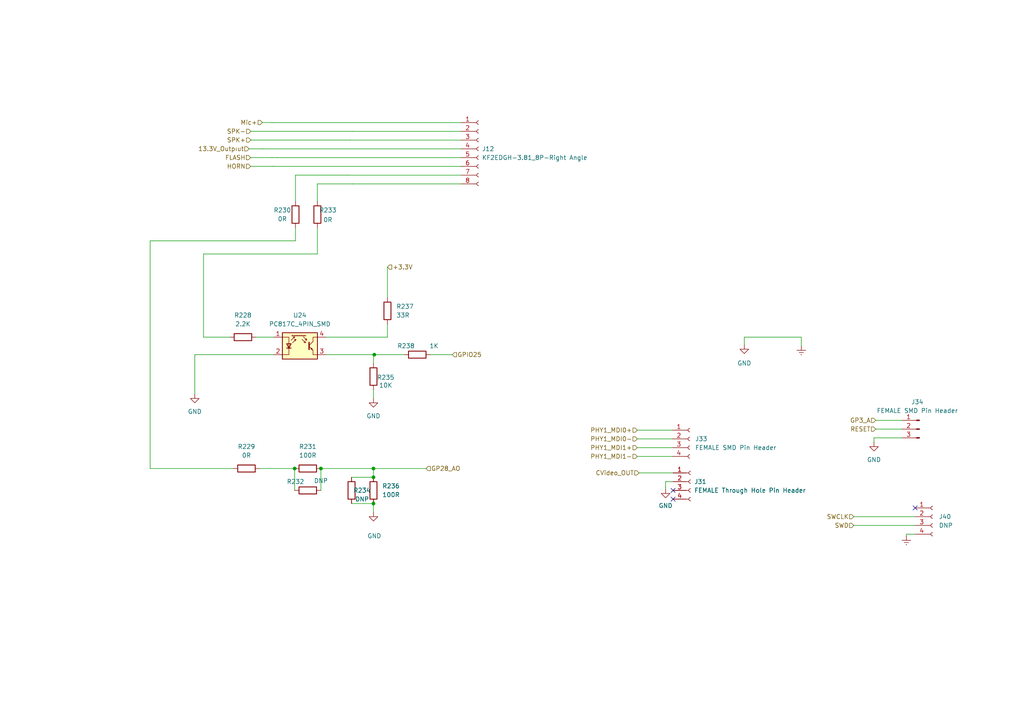
<source format=kicad_sch>
(kicad_sch (version 20231120) (generator "eeschema") (generator_version "8.0")
  (paper "A4")
  (lib_symbols
    (symbol "Connector:Conn_01x03_Pin" (pin_names (offset 1.016) hide)
      (property "Reference" "J" (at 0 5.08 0))
      (property "Value" "Conn_01x03_Pin" (at 0 -5.08 0))
      (symbol "Conn_01x03_Pin_1_1"
        (polyline (pts (xy 1.27 -2.54) (xy 0.8636 -2.54)) (stroke (width 0.1524)))
        (polyline (pts (xy 1.27 0) (xy 0.8636 0)) (stroke (width 0.1524)))
        (polyline (pts (xy 1.27 2.54) (xy 0.8636 2.54)) (stroke (width 0.1524)))
        (rectangle (start 0.8636 -2.413) (end 0 -2.667) (stroke (width 0.1524)) (fill (type outline)))
        (rectangle (start 0.8636 0.127) (end 0 -0.127) (stroke (width 0.1524)) (fill (type outline)))
        (rectangle (start 0.8636 2.667) (end 0 2.413) (stroke (width 0.1524)) (fill (type outline)))
        (pin passive line (at 5.08 2.54 180) (length 3.81) (name "Pin_1") (number "1"))
        (pin passive line (at 5.08 0 180) (length 3.81) (name "Pin_2") (number "2"))
        (pin passive line (at 5.08 -2.54 180) (length 3.81) (name "Pin_3") (number "3"))
      )
    )
    (symbol "Connector:Conn_01x04_Socket" (pin_names (offset 1.016) hide)
      (property "Reference" "J" (at 0 5.08 0))
      (property "Value" "Conn_01x04_Socket" (at 0 -7.62 0))
      (symbol "Conn_01x04_Socket_1_1"
        (arc (start 0 -4.572) (mid -0.5058 -5.08) (end 0 -5.588) (stroke (width 0.1524)))
        (arc (start 0 -2.032) (mid -0.5058 -2.54) (end 0 -3.048) (stroke (width 0.1524)))
        (polyline (pts (xy -1.27 -5.08) (xy -0.508 -5.08)) (stroke (width 0.1524)))
        (polyline (pts (xy -1.27 -2.54) (xy -0.508 -2.54)) (stroke (width 0.1524)))
        (polyline (pts (xy -1.27 0) (xy -0.508 0)) (stroke (width 0.1524)))
        (polyline (pts (xy -1.27 2.54) (xy -0.508 2.54)) (stroke (width 0.1524)))
        (arc (start 0 0.508) (mid -0.5058 0) (end 0 -0.508) (stroke (width 0.1524)))
        (arc (start 0 3.048) (mid -0.5058 2.54) (end 0 2.032) (stroke (width 0.1524)))
        (pin passive line (at -5.08 2.54 0) (length 3.81) (name "Pin_1") (number "1"))
        (pin passive line (at -5.08 0 0) (length 3.81) (name "Pin_2") (number "2"))
        (pin passive line (at -5.08 -2.54 0) (length 3.81) (name "Pin_3") (number "3"))
        (pin passive line (at -5.08 -5.08 0) (length 3.81) (name "Pin_4") (number "4"))
      )
    )
    (symbol "Connector:Conn_01x08_Socket" (pin_names (offset 1.016) hide)
      (property "Reference" "J" (at 0 10.16 0))
      (property "Value" "Conn_01x08_Socket" (at 0 -12.7 0))
      (symbol "Conn_01x08_Socket_1_1"
        (arc (start 0 -9.652) (mid -0.5058 -10.16) (end 0 -10.668) (stroke (width 0.1524)))
        (arc (start 0 -7.112) (mid -0.5058 -7.62) (end 0 -8.128) (stroke (width 0.1524)))
        (arc (start 0 -4.572) (mid -0.5058 -5.08) (end 0 -5.588) (stroke (width 0.1524)))
        (arc (start 0 -2.032) (mid -0.5058 -2.54) (end 0 -3.048) (stroke (width 0.1524)))
        (polyline (pts (xy -1.27 -10.16) (xy -0.508 -10.16)) (stroke (width 0.1524)))
        (polyline (pts (xy -1.27 -7.62) (xy -0.508 -7.62)) (stroke (width 0.1524)))
        (polyline (pts (xy -1.27 -5.08) (xy -0.508 -5.08)) (stroke (width 0.1524)))
        (polyline (pts (xy -1.27 -2.54) (xy -0.508 -2.54)) (stroke (width 0.1524)))
        (polyline (pts (xy -1.27 0) (xy -0.508 0)) (stroke (width 0.1524)))
        (polyline (pts (xy -1.27 2.54) (xy -0.508 2.54)) (stroke (width 0.1524)))
        (polyline (pts (xy -1.27 5.08) (xy -0.508 5.08)) (stroke (width 0.1524)))
        (polyline (pts (xy -1.27 7.62) (xy -0.508 7.62)) (stroke (width 0.1524)))
        (arc (start 0 0.508) (mid -0.5058 0) (end 0 -0.508) (stroke (width 0.1524)))
        (arc (start 0 3.048) (mid -0.5058 2.54) (end 0 2.032) (stroke (width 0.1524)))
        (arc (start 0 5.588) (mid -0.5058 5.08) (end 0 4.572) (stroke (width 0.1524)))
        (arc (start 0 8.128) (mid -0.5058 7.62) (end 0 7.112) (stroke (width 0.1524)))
        (pin passive line (at -5.08 7.62 0) (length 3.81) (name "Pin_1") (number "1"))
        (pin passive line (at -5.08 5.08 0) (length 3.81) (name "Pin_2") (number "2"))
        (pin passive line (at -5.08 2.54 0) (length 3.81) (name "Pin_3") (number "3"))
        (pin passive line (at -5.08 0 0) (length 3.81) (name "Pin_4") (number "4"))
        (pin passive line (at -5.08 -2.54 0) (length 3.81) (name "Pin_5") (number "5"))
        (pin passive line (at -5.08 -5.08 0) (length 3.81) (name "Pin_6") (number "6"))
        (pin passive line (at -5.08 -7.62 0) (length 3.81) (name "Pin_7") (number "7"))
        (pin passive line (at -5.08 -10.16 0) (length 3.81) (name "Pin_8") (number "8"))
      )
    )
    (symbol "Device:R" (pin_numbers hide) (pin_names (offset 0))
      (property "Reference" "R" (at 2.032 0 90))
      (property "Value" "R" (at 0 0 90))
      (symbol "R_0_1"
        (rectangle (start -1.016 -2.54) (end 1.016 2.54) (stroke (width 0.254)))
      )
      (symbol "R_1_1"
        (pin passive line (at 0 3.81 270) (length 1.27) (name "~") (number "1"))
        (pin passive line (at 0 -3.81 90) (length 1.27) (name "~") (number "2"))
      )
    )
    (symbol "Sensor_Proximity:SFH9201" (pin_names (offset 0.0254) hide)
      (property "Reference" "U?" (at 0 8.89 0))
      (property "Value" "SFH9201" (at 0 6.35 0))
      (symbol "SFH9201_0_1"
        (polyline (pts (xy -3.81 -0.635) (xy -2.54 -0.635)) (stroke (width 0.254)))
        (polyline (pts (xy -2.286 2.921) (xy -2.032 3.175)))
        (polyline (pts (xy -1.778 2.921) (xy -1.524 3.175)))
        (polyline (pts (xy -1.524 2.667) (xy -1.651 2.159)))
        (polyline (pts (xy -1.27 2.921) (xy -1.016 3.175)))
        (polyline (pts (xy -1.143 1.905) (xy -1.27 1.397)))
        (polyline (pts (xy -0.762 2.921) (xy -0.508 3.175)))
        (polyline (pts (xy -0.254 2.921) (xy 0 3.175)))
        (polyline (pts (xy 0.254 2.921) (xy 0.508 3.175)))
        (polyline (pts (xy 0.762 2.921) (xy 1.016 3.175)))
        (polyline (pts (xy 1.27 2.921) (xy 1.524 3.175)))
        (polyline (pts (xy 1.651 0.889) (xy 1.143 1.016)))
        (polyline (pts (xy 1.778 2.921) (xy -2.413 2.921)))
        (polyline (pts (xy 2.032 1.651) (xy 1.524 1.778)))
        (polyline (pts (xy 2.667 -0.127) (xy 3.81 -1.27)))
        (polyline (pts (xy 2.667 0.127) (xy 3.81 1.27)))
        (polyline (pts (xy -2.54 1.651) (xy -1.524 2.667) (xy -2.032 2.54)))
        (polyline (pts (xy -2.159 0.889) (xy -1.143 1.905) (xy -1.651 1.778)))
        (polyline (pts (xy 0.635 1.905) (xy 1.651 0.889) (xy 1.524 1.397)))
        (polyline (pts (xy 1.016 2.667) (xy 2.032 1.651) (xy 1.905 2.159)))
        (polyline (pts (xy 2.667 1.016) (xy 2.667 -1.016) (xy 2.667 -1.016)) (stroke (width 0.3556)))
        (polyline (pts (xy 3.81 -1.27) (xy 3.81 -2.54) (xy 5.08 -2.54)))
        (polyline (pts (xy 3.81 1.27) (xy 3.81 2.54) (xy 5.08 2.54)))
        (polyline (pts (xy -5.08 -2.54) (xy -3.175 -2.54) (xy -3.175 2.54) (xy -5.08 2.54)))
        (polyline (pts (xy -3.175 -0.635) (xy -3.81 0.635) (xy -2.54 0.635) (xy -3.175 -0.635)) (stroke (width 0.254)))
        (polyline (pts (xy 3.683 -1.143) (xy 3.429 -0.635) (xy 3.175 -0.889) (xy 3.683 -1.143)))
        (polyline (pts (xy -5.08 -3.81) (xy 5.08 -3.81) (xy 5.08 3.81) (xy -5.08 3.81) (xy -5.08 -3.81)) (stroke (width 0.254)) (fill (type background)))
      )
      (symbol "SFH9201_1_1"
        (pin passive line (at -7.62 2.54 0) (length 2.54) (name "A") (number "1"))
        (pin passive line (at -7.62 -2.54 0) (length 2.54) (name "K") (number "2"))
        (pin open_emitter line (at 7.62 -2.54 180) (length 2.54) (name "E") (number "3"))
        (pin open_collector line (at 7.62 2.54 180) (length 2.54) (name "C") (number "4"))
      )
    )
    (symbol "power:Earth" (power) (pin_names (offset 0))
      (symbol "Earth_0_1"
        (polyline (pts (xy -0.635 -1.905) (xy 0.635 -1.905)))
        (polyline (pts (xy -0.127 -2.54) (xy 0.127 -2.54)))
        (polyline (pts (xy 0 -1.27) (xy 0 0)))
        (polyline (pts (xy 1.27 -1.27) (xy -1.27 -1.27)))
      )
      (symbol "Earth_1_1"
        (pin power_in line (at 0 0 270) (length 0) hide (name "Earth") (number "1"))
      )
    )
    (symbol "power:GND" (power) (pin_names (offset 0))
      (property "Value" "GND" (at 0 -3.81 0))
      (symbol "GND_0_1"
        (polyline (pts (xy 0 0) (xy 0 -1.27) (xy 1.27 -1.27) (xy 0 -2.54) (xy -1.27 -1.27) (xy 0 -1.27)))
      )
      (symbol "GND_1_1"
        (pin power_in line (at 0 0 270) (length 0) hide (name "GND") (number "1"))
      )
    )
  )
  (junction (at 108.3183 138.43))
  (junction (at 108.5627 102.87))
  (junction (at 85.4583 135.89))
  (junction (at 108.3183 146.05))
  (junction (at 108.3183 135.89))
  (junction (at 93.0783 135.89))
  (no_connect (at 265.43 147.32))
  (no_connect (at 195.2178 144.78))
  (no_connect (at 195.2178 142.24))
  (wire (pts (xy 74.2727 97.789) (xy 79.3527 97.789)))
  (wire (pts (xy 85.7027 66.039) (xy 85.7027 69.85)))
  (wire (pts (xy 108.3183 102.87) (xy 108.5627 102.87)))
  (wire (pts (xy 85.4583 135.89) (xy 85.4583 142.24)))
  (wire (pts (xy 78.8807 35.56) (xy 133.7183 35.56)))
  (wire (pts (xy 79.3628 48.2445) (xy 79.3628 48.26)))
  (wire (pts (xy 101.6 40.64) (xy 133.7183 40.64)))
  (wire (pts (xy 56.4927 102.869) (xy 79.3527 102.869)))
  (wire (pts (xy 193.04 139.7) (xy 193.04 141.2722)))
  (wire (pts (xy 79.1337 48.2445) (xy 79.3628 48.2445)))
  (wire (pts (xy 102.2127 53.339) (xy 102.2127 53.34)))
  (wire (pts (xy 184.8359 129.8422) (xy 194.9959 129.8422)))
  (wire (pts (xy 193.04 141.2722) (xy 193.0453 141.2722)))
  (wire (pts (xy 93.0783 135.89) (xy 108.3183 135.89)))
  (wire (pts (xy 78.8807 35.5445) (xy 78.8807 35.56)))
  (wire (pts (xy 232.41 97.79) (xy 232.41 100.33)))
  (wire (pts (xy 112.3727 93.979) (xy 112.3727 97.789)))
  (wire (pts (xy 184.8359 132.3822) (xy 194.9959 132.3822)))
  (wire (pts (xy 43.5483 135.89) (xy 43.5483 69.85)))
  (wire (pts (xy 101.0068 50.8) (xy 133.7183 50.8)))
  (wire (pts (xy 193.0453 141.2722) (xy 193.0453 141.8435)))
  (wire (pts (xy 76.2812 43.18) (xy 133.7183 43.18)))
  (wire (pts (xy 262.89 154.94) (xy 262.89 155.448)))
  (wire (pts (xy 102.2127 53.34) (xy 133.7183 53.34)))
  (wire (pts (xy 102.3409 38.0845) (xy 102.3409 38.1)))
  (wire (pts (xy 101.9683 138.43) (xy 108.3183 138.43)))
  (wire (pts (xy 76.2812 43.1645) (xy 76.2812 43.18)))
  (wire (pts (xy 72.7583 38.1) (xy 72.7583 38.0845)))
  (wire (pts (xy 101.6 40.6245) (xy 101.6 40.64)))
  (wire (pts (xy 92.0527 66.039) (xy 92.0527 73.659)))
  (wire (pts (xy 253.492 127) (xy 253.492 128.27)))
  (wire (pts (xy 247.65 152.4) (xy 265.43 152.4)))
  (wire (pts (xy 75.2983 135.89) (xy 85.4583 135.89)))
  (wire (pts (xy 78.8797 45.7045) (xy 80.3788 45.7045)))
  (wire (pts (xy 108.3183 135.89) (xy 108.3183 138.43)))
  (wire (pts (xy 78.8797 45.7045) (xy 78.8797 45.7035)))
  (wire (pts (xy 72.2421 43.1621) (xy 72.2421 43.1645)))
  (wire (pts (xy 76.1116 35.5445) (xy 78.8807 35.5445)))
  (wire (pts (xy 195.2178 139.7) (xy 193.04 139.7)))
  (wire (pts (xy 43.5483 69.85) (xy 85.7027 69.85)))
  (wire (pts (xy 102.3409 38.1) (xy 133.7183 38.1)))
  (wire (pts (xy 72.7763 40.6245) (xy 101.6 40.6245)))
  (wire (pts (xy 85.7027 50.799) (xy 85.7027 58.419)))
  (wire (pts (xy 72.69 45.7035) (xy 78.8797 45.7035)))
  (wire (pts (xy 72.7763 40.6172) (xy 72.7763 40.6245)))
  (wire (pts (xy 108.5627 102.87) (xy 117.2083 102.87)))
  (wire (pts (xy 92.0363 53.339) (xy 102.2127 53.339)))
  (wire (pts (xy 232.41 97.79) (xy 215.8794 97.79)))
  (wire (pts (xy 265.43 154.94) (xy 262.89 154.94)))
  (wire (pts (xy 108.5627 102.869) (xy 108.5627 102.87)))
  (wire (pts (xy 108.3183 146.05) (xy 108.3183 148.59)))
  (wire (pts (xy 247.65 149.86) (xy 265.43 149.86)))
  (wire (pts (xy 254 121.92) (xy 261.62 121.92)))
  (wire (pts (xy 59.0327 73.659) (xy 59.0327 97.789)))
  (wire (pts (xy 72.7583 38.0845) (xy 102.3409 38.0845)))
  (wire (pts (xy 80.3788 45.72) (xy 133.7183 45.72)))
  (wire (pts (xy 59.0327 97.789) (xy 66.6527 97.789)))
  (wire (pts (xy 108.3183 102.87) (xy 108.3183 105.4016)))
  (wire (pts (xy 79.1337 48.2435) (xy 72.69 48.2435)))
  (wire (pts (xy 92.0527 73.659) (xy 59.0327 73.659)))
  (wire (pts (xy 80.3788 45.7045) (xy 80.3788 45.72)))
  (wire (pts (xy 79.3628 48.26) (xy 133.7183 48.26)))
  (wire (pts (xy 94.5927 102.869) (xy 108.5627 102.869)))
  (wire (pts (xy 94.5927 97.789) (xy 112.3727 97.789)))
  (wire (pts (xy 215.8794 97.79) (xy 215.8794 100.0068)))
  (wire (pts (xy 93.0783 135.89) (xy 93.0783 142.24)))
  (wire (pts (xy 101.9683 146.05) (xy 108.3183 146.05)))
  (wire (pts (xy 124.8283 102.87) (xy 131.1783 102.87)))
  (wire (pts (xy 72.2421 43.1645) (xy 76.2812 43.1645)))
  (wire (pts (xy 76.1116 35.5341) (xy 76.1116 35.5445)))
  (wire (pts (xy 184.8359 124.7622) (xy 194.9959 124.7622)))
  (wire (pts (xy 79.1337 48.2445) (xy 79.1337 48.2435)))
  (wire (pts (xy 67.6783 135.89) (xy 43.5483 135.89)))
  (wire (pts (xy 108.3183 135.89) (xy 123.5583 135.89)))
  (wire (pts (xy 261.62 127) (xy 253.492 127)))
  (wire (pts (xy 92.0363 58.419) (xy 92.0527 58.419)))
  (wire (pts (xy 85.7027 50.799) (xy 101.0068 50.799)))
  (wire (pts (xy 254 124.46) (xy 261.62 124.46)))
  (wire (pts (xy 184.8359 127.3022) (xy 194.9959 127.3022)))
  (wire (pts (xy 101.0068 50.799) (xy 101.0068 50.8)))
  (wire (pts (xy 108.3183 113.0216) (xy 108.3183 115.57)))
  (wire (pts (xy 195.2178 137.16) (xy 185.3476 137.16)))
  (wire (pts (xy 92.0363 53.339) (xy 92.0363 58.419)))
  (wire (pts (xy 56.4927 102.869) (xy 56.4927 114.299)))
  (wire (pts (xy 112.3727 77.469) (xy 112.3727 86.359)))
  (hierarchical_label "GP3_A" (shape input) (at 254 121.92 180))
  (hierarchical_label "PHY1_MDI1+" (shape input) (at 184.8359 129.8422 180))
  (hierarchical_label "RESET" (shape input) (at 254 124.46 180))
  (hierarchical_label "GPIO25" (shape input) (at 131.1783 102.87 0))
  (hierarchical_label "PHY1_MDI1-" (shape input) (at 184.8359 132.3822 180))
  (hierarchical_label "SPK+" (shape input) (at 72.7763 40.6172 180))
  (hierarchical_label "PHY1_MDI0-" (shape input) (at 184.8359 127.3022 180))
  (hierarchical_label "PHY1_MDI0+" (shape input) (at 184.8359 124.7622 180))
  (hierarchical_label "GP28_AO" (shape input) (at 123.5583 135.89 0))
  (hierarchical_label "Mic+" (shape input) (at 76.1116 35.5341 180))
  (hierarchical_label "SWCLK" (shape input) (at 247.65 149.86 180))
  (hierarchical_label "+3.3V" (shape input) (at 112.3727 77.469 0))
  (hierarchical_label "HORN" (shape input) (at 72.69 48.2435 180))
  (hierarchical_label "CVideo_OUT" (shape input) (at 185.3476 137.16 180))
  (hierarchical_label "SWD" (shape input) (at 247.65 152.4 180))
  (hierarchical_label "FLASH" (shape input) (at 72.69 45.7035 180))
  (hierarchical_label "13.3V_Outpıut" (shape input) (at 72.2421 43.1621 180))
  (hierarchical_label "SPK-" (shape input) (at 72.7583 38.1 180))
  (symbol (lib_id "power:GND") (at 108.3183 148.59 0) (unit 1)
    (property "Reference" "#PWR044" (effects (hide yes)))
    (property "Value" "GND" (at 108.5723 155.448 0))
    (property "Description" "Power symbol creates a global label with name \"GND\" , ground" (effects (hide yes)))
    (instances (project "MXVR_3566" (path "" (reference "#PWR044") (unit 1))) (project "LM1117" (path "" (reference "#PWR03") (unit 1)) (path "" (reference "#PWR013") (unit 1))) (project "IO_Board" (path "" (reference "#PWR047") (unit 1))))
  )
  (symbol (lib_id "Connector:Conn_01x04_Socket") (at 200.0759 127.3022 0) (unit 1)
    (property "Reference" "J33" (at 201.5999 127.3021 0) (effects (justify left)))
    (property "Value" "FEMALE SMD Pin Header" (at 201.5999 129.8421 0) (effects (justify left)))
    (property "Footprint" "Connector_PinSocket_2.54mm:PinSocket_2x02_P2.54mm_Vertical_SMD" (effects (hide yes)))
    (property "Description" "Generic connector, single row, 01x04, script generated" (effects (hide yes)))
  )
  (symbol (lib_id "Device:R") (at 121.0183 102.87 90) (unit 1)
    (property "Reference" "R238" (at 117.7598 100.331 90))
    (property "Value" "1K" (at 125.8878 100.331 90))
    (property "Footprint" "Resistor_SMD:R_0603_1608Metric" (effects (hide yes)))
    (property "Description" "Resistor" (effects (hide yes)))
    (instances (project "MXVR_3566" (path "" (reference "R238") (unit 1))) (project "LM1117" (path "" (reference "R?") (unit 1)) (path "" (reference "R?") (unit 1)) (path "" (reference "R?") (unit 1))) (project "IO_Board" (path "" (reference "R3") (unit 1))))
  )
  (symbol (lib_id "power:GND") (at 108.3183 115.57 0) (unit 1)
    (property "Reference" "#PWR045" (effects (hide yes)))
    (property "Value" "GND" (at 108.3183 120.65 0))
    (property "Description" "Power symbol creates a global label with name \"GND\" , ground" (effects (hide yes)))
    (instances (project "MXVR_3566" (path "" (reference "#PWR045") (unit 1))) (project "LM1117" (path "" (reference "#PWR05") (unit 1)) (path "" (reference "#PWR014") (unit 1)) (path "" (reference "#PWR019") (unit 1))) (project "IO_Board" (path "" (reference "#PWR020") (unit 1))))
  )
  (symbol (lib_id "Connector:Conn_01x04_Socket") (at 200.2978 139.7 0) (unit 1)
    (property "Reference" "J31" (at 201.3459 139.6999 0) (effects (justify left)))
    (property "Value" "FEMALE Through Hole Pin Header" (at 201.3459 142.2399 0) (effects (justify left)))
    (property "Footprint" "Connector_PinSocket_2.54mm:PinSocket_2x02_P2.54mm_Vertical" (effects (hide yes)))
    (property "Description" "Generic connector, single row, 01x04, script generated" (effects (hide yes)))
  )
  (symbol (lib_id "Device:R") (at 70.4627 97.789 90) (unit 1)
    (property "Reference" "R228" (at 70.4627 91.439 90))
    (property "Value" "2.2K" (at 70.4627 93.979 90))
    (property "Footprint" "Resistor_SMD:R_0603_1608Metric" (effects (hide yes)))
    (property "Description" "Resistor" (effects (hide yes)))
    (instances (project "MXVR_3566" (path "" (reference "R228") (unit 1))) (project "LM1117" (path "" (reference "R?") (unit 1)) (path "" (reference "R?") (unit 1)) (path "" (reference "R?") (unit 1))) (project "IO_Board" (path "" (reference "R1") (unit 1))))
  )
  (symbol (lib_id "power:GND") (at 56.4927 114.299 0) (unit 1)
    (property "Reference" "#PWR043" (effects (hide yes)))
    (property "Value" "GND" (at 56.4927 119.379 0))
    (property "Description" "Power symbol creates a global label with name \"GND\" , ground" (effects (hide yes)))
    (instances (project "MXVR_3566" (path "" (reference "#PWR043") (unit 1))) (project "LM1117" (path "" (reference "#PWR05") (unit 1)) (path "" (reference "#PWR012") (unit 1)) (path "" (reference "#PWR017") (unit 1))) (project "IO_Board" (path "" (reference "#PWR017") (unit 1))))
  )
  (symbol (lib_id "power:GND") (at 215.8794 100.0068 0) (mirror y) (unit 1)
    (property "Reference" "#PWR0146" (effects (hide yes)))
    (property "Value" "GND" (at 215.8794 105.3408 0))
    (property "Description" "Power symbol creates a global label with name \"GND\" , ground" (effects (hide yes)))
  )
  (symbol (lib_id "Device:R") (at 89.2683 142.24 90) (unit 1)
    (property "Reference" "R232" (at 85.7123 139.7 90))
    (property "Value" "DNP" (at 93.0783 139.446 90))
    (property "Footprint" "Resistor_THT:R_Axial_DIN0204_L3.6mm_D1.6mm_P1.90mm_Vertical" (effects (hide yes)))
    (property "Description" "Resistor" (effects (hide yes)))
    (instances (project "MXVR_3566" (path "" (reference "R232") (unit 1))) (project "IO_Board" (path "" (reference "R39") (unit 1))))
  )
  (symbol (lib_id "Connector:Conn_01x08_Socket") (at 138.7983 43.18 0) (unit 1)
    (property "Reference" "J12" (at 139.767 43.1799 0) (effects (justify left)))
    (property "Value" "KF2EDGH-3.81_8P-Right Angle" (at 139.767 45.7199 0) (effects (justify left)))
    (property "Footprint" "KF2EDGH:KF2EDGH-3.81_8P" (effects (hide yes)))
    (property "Description" "Generic connector, single row, 01x08, script generated" (effects (hide yes)))
    (property "MPN" "KF2EDGH-3.81_8P-Right Angle" (effects (hide yes)))
  )
  (symbol (lib_id "power:GND") (at 193.0453 141.8435 0) (unit 1)
    (property "Reference" "#PWR0228" (effects (hide yes)))
    (property "Value" "GND" (at 193.0453 146.6709 0))
    (property "Description" "Power symbol creates a global label with name \"GND\" , ground" (effects (hide yes)))
  )
  (symbol (lib_id "Device:R") (at 92.0527 62.229 0) (unit 1)
    (property "Reference" "R233" (at 95.1007 60.959 0))
    (property "Value" "0R" (at 95.1007 63.753 0))
    (property "Footprint" "Resistor_SMD:R_0603_1608Metric" (effects (hide yes)))
    (property "Description" "Resistor" (effects (hide yes)))
    (instances (project "MXVR_3566" (path "" (reference "R233") (unit 1))) (project "LM1117" (path "" (reference "R1") (unit 1)) (path "" (reference "R?") (unit 1))) (project "IO_Board" (path "" (reference "R11") (unit 1))))
  )
  (symbol (lib_id "Device:R") (at 89.2683 135.89 270) (unit 1)
    (property "Reference" "R231" (at 89.2683 129.54 90))
    (property "Value" "100R" (at 89.2683 132.08 90))
    (property "Footprint" "Resistor_SMD:R_0603_1608Metric" (effects (hide yes)))
    (property "Description" "Resistor" (effects (hide yes)))
    (instances (project "MXVR_3566" (path "" (reference "R231") (unit 1))) (project "LM1117" (path "" (reference "R1") (unit 1)) (path "" (reference "R?") (unit 1))) (project "IO_Board" (path "" (reference "R10") (unit 1))))
  )
  (symbol (lib_id "power:GND") (at 253.492 128.27 0) (unit 1)
    (property "Reference" "#PWR0226" (effects (hide yes)))
    (property "Value" "GND" (at 253.492 133.35 0))
    (property "Description" "Power symbol creates a global label with name \"GND\" , ground" (effects (hide yes)))
  )
  (symbol (lib_id "Device:R") (at 85.7027 62.229 0) (unit 1)
    (property "Reference" "R230" (at 81.8927 60.959 0))
    (property "Value" "0R" (at 81.8927 63.499 0))
    (property "Footprint" "Resistor_SMD:R_0603_1608Metric" (effects (hide yes)))
    (property "Description" "Resistor" (effects (hide yes)))
    (instances (project "MXVR_3566" (path "" (reference "R230") (unit 1))) (project "LM1117" (path "" (reference "R1") (unit 1)) (path "" (reference "R?") (unit 1))) (project "IO_Board" (path "" (reference "R11") (unit 1))))
  )
  (symbol (lib_id "Device:R") (at 101.9683 142.24 180) (unit 1)
    (property "Reference" "R234" (at 105.0163 142.24 0))
    (property "Value" "DNP" (at 105.0163 144.78 0))
    (property "Footprint" "Resistor_THT:R_Axial_DIN0204_L3.6mm_D1.6mm_P1.90mm_Vertical" (effects (hide yes)))
    (property "Description" "Resistor" (effects (hide yes)))
    (instances (project "MXVR_3566" (path "" (reference "R234") (unit 1))) (project "IO_Board" (path "" (reference "R45") (unit 1))))
  )
  (symbol (lib_id "Device:R") (at 108.3183 142.24 180) (unit 1)
    (property "Reference" "R236" (at 110.8583 140.9699 0) (effects (justify right)))
    (property "Value" "100R" (at 110.8583 143.5099 0) (effects (justify right)))
    (property "Footprint" "Resistor_SMD:R_0603_1608Metric" (effects (hide yes)))
    (property "Description" "Resistor" (effects (hide yes)))
    (instances (project "MXVR_3566" (path "" (reference "R236") (unit 1))) (project "LM1117" (path "" (reference "R1") (unit 1)) (path "" (reference "R?") (unit 1))) (project "IO_Board" (path "" (reference "R16") (unit 1))))
  )
  (symbol (lib_id "Connector:Conn_01x03_Pin") (at 266.7 124.46 0) (mirror y) (unit 1)
    (property "Reference" "J34" (at 266.065 116.586 0))
    (property "Value" "FEMALE SMD Pin Header" (at 266.065 119.126 0))
    (property "Footprint" "Connector_PinSocket_2.54mm:PinSocket_1x03_P2.54mm_Vertical_SMD_Pin1Left" (effects (hide yes)))
    (property "Description" "Generic connector, single row, 01x03, script generated" (effects (hide yes)))
  )
  (symbol (lib_id "power:Earth") (at 232.41 100.33 0) (unit 1)
    (property "Reference" "#PWR0162" (effects (hide yes)))
    (property "Value" "Earth" (effects (hide yes)))
    (property "Description" "Power symbol creates a global label with name \"Earth\"" (effects (hide yes)))
  )
  (symbol (lib_id "Sensor_Proximity:SFH9201") (at 86.9727 100.329 0) (unit 1)
    (property "Reference" "U24" (at 86.9727 91.439 0))
    (property "Value" "PC817C_4PIN_SMD" (at 86.9727 93.979 0))
    (property "Footprint" "Library:PC817C SMD 4pin" (effects (hide yes)))
    (property "MPN" "PC817C_4PIN_SMD" (effects (hide yes)))
    (instances (project "MXVR_3566" (path "" (reference "U24") (unit 1))) (project "LM1117" (path "" (reference "U?") (unit 1)) (path "" (reference "U?") (unit 1))) (project "IO_Board" (path "" (reference "U1") (unit 1))))
  )
  (symbol (lib_id "Device:R") (at 112.3727 90.169 0) (unit 1)
    (property "Reference" "R237" (at 114.9127 88.8989 0) (effects (justify left)))
    (property "Value" "33R" (at 114.9127 91.4389 0) (effects (justify left)))
    (property "Footprint" "Resistor_SMD:R_0603_1608Metric" (effects (hide yes)))
    (property "Description" "Resistor" (effects (hide yes)))
    (instances (project "MXVR_3566" (path "" (reference "R237") (unit 1))) (project "LM1117" (path "" (reference "R?") (unit 1)) (path "" (reference "R?") (unit 1)) (path "" (reference "R?") (unit 1))) (project "IO_Board" (path "" (reference "R3") (unit 1))))
  )
  (symbol (lib_id "Connector:Conn_01x04_Socket") (at 270.51 149.86 0) (unit 1)
    (property "Reference" "J40" (at 272.288 149.8599 0) (effects (justify left)))
    (property "Value" "DNP" (at 272.288 152.3999 0) (effects (justify left)))
    (property "Footprint" "Connector_PinSocket_2.00mm:PinSocket_1x04_P2.00mm_Vertical" (effects (hide yes)))
    (property "Description" "Generic connector, single row, 01x04, script generated" (effects (hide yes)))
  )
  (symbol (lib_id "Device:R") (at 71.4883 135.89 270) (unit 1)
    (property "Reference" "R229" (at 71.4883 129.54 90))
    (property "Value" "0R" (at 71.4883 132.08 90))
    (property "Footprint" "Resistor_SMD:R_0603_1608Metric" (effects (hide yes)))
    (property "Description" "Resistor" (effects (hide yes)))
    (instances (project "MXVR_3566" (path "" (reference "R229") (unit 1))) (project "LM1117" (path "" (reference "R1") (unit 1)) (path "" (reference "R?") (unit 1))) (project "IO_Board" (path "" (reference "R6") (unit 1))))
  )
  (symbol (lib_id "Device:R") (at 108.3183 109.2116 180) (unit 1)
    (property "Reference" "R235" (at 111.8743 109.474 0))
    (property "Value" "10K" (at 111.8743 111.76 0))
    (property "Footprint" "Resistor_SMD:R_0603_1608Metric" (effects (hide yes)))
    (property "Description" "Resistor" (effects (hide yes)))
    (instances (project "MXVR_3566" (path "" (reference "R235") (unit 1))) (project "LM1117" (path "" (reference "R?") (unit 1)) (path "" (reference "R?") (unit 1)) (path "" (reference "R?") (unit 1))) (project "IO_Board" (path "" (reference "R3") (unit 1))))
  )
  (symbol (lib_id "power:Earth") (at 262.89 155.448 0) (unit 1)
    (property "Reference" "#PWR0234" (effects (hide yes)))
    (property "Value" "Earth" (effects (hide yes)))
    (property "Description" "Power symbol creates a global label with name \"Earth\"" (effects (hide yes)))
  )
)
</source>
